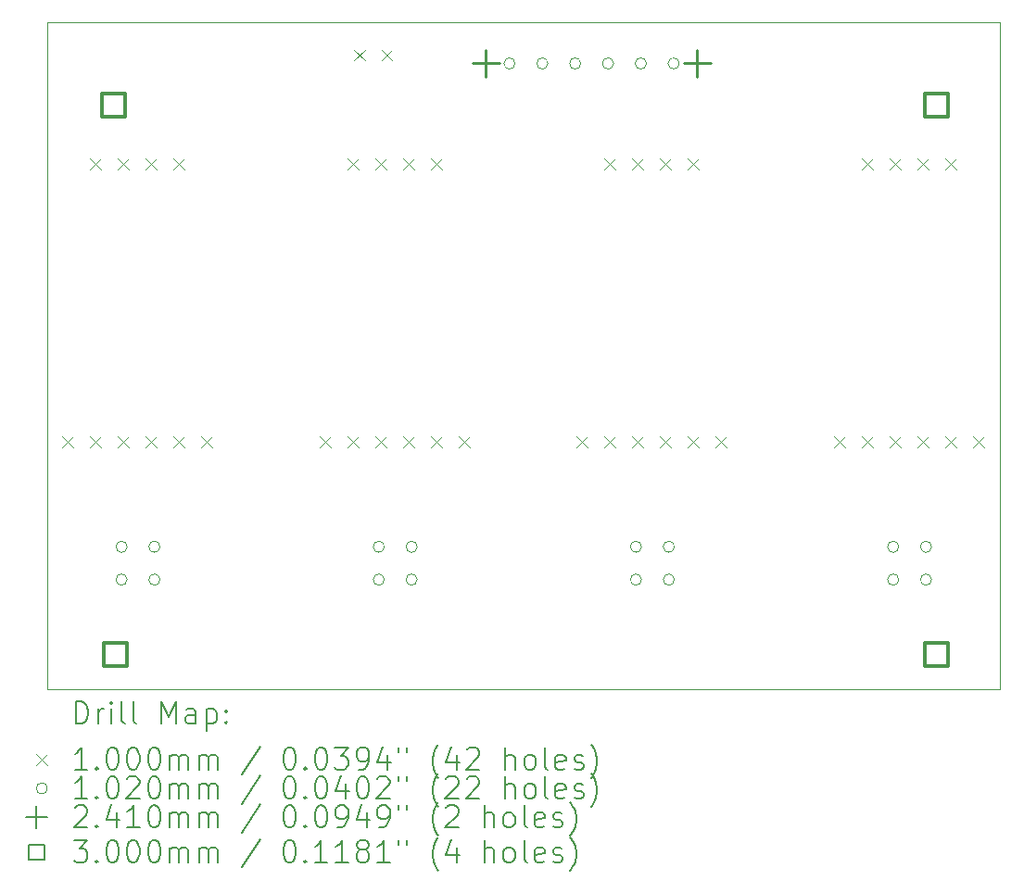
<source format=gbr>
%TF.GenerationSoftware,KiCad,Pcbnew,9.0.0*%
%TF.CreationDate,2025-04-09T17:39:04-07:00*%
%TF.ProjectId,Load Cell Amp Board,4c6f6164-2043-4656-9c6c-20416d702042,rev?*%
%TF.SameCoordinates,Original*%
%TF.FileFunction,Drillmap*%
%TF.FilePolarity,Positive*%
%FSLAX45Y45*%
G04 Gerber Fmt 4.5, Leading zero omitted, Abs format (unit mm)*
G04 Created by KiCad (PCBNEW 9.0.0) date 2025-04-09 17:39:04*
%MOMM*%
%LPD*%
G01*
G04 APERTURE LIST*
%ADD10C,0.050000*%
%ADD11C,0.200000*%
%ADD12C,0.100000*%
%ADD13C,0.102000*%
%ADD14C,0.241000*%
%ADD15C,0.300000*%
G04 APERTURE END LIST*
D10*
X11180544Y-7579456D02*
X19880544Y-7579456D01*
X19880544Y-13679456D01*
X11180544Y-13679456D01*
X11180544Y-7579456D01*
D11*
D12*
X11314544Y-11370544D02*
X11414544Y-11470544D01*
X11414544Y-11370544D02*
X11314544Y-11470544D01*
X11568544Y-8830544D02*
X11668544Y-8930544D01*
X11668544Y-8830544D02*
X11568544Y-8930544D01*
X11568544Y-11370544D02*
X11668544Y-11470544D01*
X11668544Y-11370544D02*
X11568544Y-11470544D01*
X11822544Y-8830544D02*
X11922544Y-8930544D01*
X11922544Y-8830544D02*
X11822544Y-8930544D01*
X11822544Y-11370544D02*
X11922544Y-11470544D01*
X11922544Y-11370544D02*
X11822544Y-11470544D01*
X12076544Y-8830544D02*
X12176544Y-8930544D01*
X12176544Y-8830544D02*
X12076544Y-8930544D01*
X12076544Y-11370544D02*
X12176544Y-11470544D01*
X12176544Y-11370544D02*
X12076544Y-11470544D01*
X12330544Y-8830544D02*
X12430544Y-8930544D01*
X12430544Y-8830544D02*
X12330544Y-8930544D01*
X12330544Y-11370544D02*
X12430544Y-11470544D01*
X12430544Y-11370544D02*
X12330544Y-11470544D01*
X12584544Y-11370544D02*
X12684544Y-11470544D01*
X12684544Y-11370544D02*
X12584544Y-11470544D01*
X13664544Y-11370544D02*
X13764544Y-11470544D01*
X13764544Y-11370544D02*
X13664544Y-11470544D01*
X13918544Y-8830544D02*
X14018544Y-8930544D01*
X14018544Y-8830544D02*
X13918544Y-8930544D01*
X13918544Y-11370544D02*
X14018544Y-11470544D01*
X14018544Y-11370544D02*
X13918544Y-11470544D01*
X13980544Y-7833456D02*
X14080544Y-7933456D01*
X14080544Y-7833456D02*
X13980544Y-7933456D01*
X14172544Y-8830544D02*
X14272544Y-8930544D01*
X14272544Y-8830544D02*
X14172544Y-8930544D01*
X14172544Y-11370544D02*
X14272544Y-11470544D01*
X14272544Y-11370544D02*
X14172544Y-11470544D01*
X14230544Y-7833456D02*
X14330544Y-7933456D01*
X14330544Y-7833456D02*
X14230544Y-7933456D01*
X14426544Y-8830544D02*
X14526544Y-8930544D01*
X14526544Y-8830544D02*
X14426544Y-8930544D01*
X14426544Y-11370544D02*
X14526544Y-11470544D01*
X14526544Y-11370544D02*
X14426544Y-11470544D01*
X14680544Y-8830544D02*
X14780544Y-8930544D01*
X14780544Y-8830544D02*
X14680544Y-8930544D01*
X14680544Y-11370544D02*
X14780544Y-11470544D01*
X14780544Y-11370544D02*
X14680544Y-11470544D01*
X14934544Y-11370544D02*
X15034544Y-11470544D01*
X15034544Y-11370544D02*
X14934544Y-11470544D01*
X16014544Y-11370544D02*
X16114544Y-11470544D01*
X16114544Y-11370544D02*
X16014544Y-11470544D01*
X16268544Y-8830544D02*
X16368544Y-8930544D01*
X16368544Y-8830544D02*
X16268544Y-8930544D01*
X16268544Y-11370544D02*
X16368544Y-11470544D01*
X16368544Y-11370544D02*
X16268544Y-11470544D01*
X16522544Y-8830544D02*
X16622544Y-8930544D01*
X16622544Y-8830544D02*
X16522544Y-8930544D01*
X16522544Y-11370544D02*
X16622544Y-11470544D01*
X16622544Y-11370544D02*
X16522544Y-11470544D01*
X16776544Y-8830544D02*
X16876544Y-8930544D01*
X16876544Y-8830544D02*
X16776544Y-8930544D01*
X16776544Y-11370544D02*
X16876544Y-11470544D01*
X16876544Y-11370544D02*
X16776544Y-11470544D01*
X17030544Y-8830544D02*
X17130544Y-8930544D01*
X17130544Y-8830544D02*
X17030544Y-8930544D01*
X17030544Y-11370544D02*
X17130544Y-11470544D01*
X17130544Y-11370544D02*
X17030544Y-11470544D01*
X17284544Y-11370544D02*
X17384544Y-11470544D01*
X17384544Y-11370544D02*
X17284544Y-11470544D01*
X18364544Y-11370544D02*
X18464544Y-11470544D01*
X18464544Y-11370544D02*
X18364544Y-11470544D01*
X18618544Y-8830544D02*
X18718544Y-8930544D01*
X18718544Y-8830544D02*
X18618544Y-8930544D01*
X18618544Y-11370544D02*
X18718544Y-11470544D01*
X18718544Y-11370544D02*
X18618544Y-11470544D01*
X18872544Y-8830544D02*
X18972544Y-8930544D01*
X18972544Y-8830544D02*
X18872544Y-8930544D01*
X18872544Y-11370544D02*
X18972544Y-11470544D01*
X18972544Y-11370544D02*
X18872544Y-11470544D01*
X19126544Y-8830544D02*
X19226544Y-8930544D01*
X19226544Y-8830544D02*
X19126544Y-8930544D01*
X19126544Y-11370544D02*
X19226544Y-11470544D01*
X19226544Y-11370544D02*
X19126544Y-11470544D01*
X19380544Y-8830544D02*
X19480544Y-8930544D01*
X19480544Y-8830544D02*
X19380544Y-8930544D01*
X19380544Y-11370544D02*
X19480544Y-11470544D01*
X19480544Y-11370544D02*
X19380544Y-11470544D01*
X19634544Y-11370544D02*
X19734544Y-11470544D01*
X19734544Y-11370544D02*
X19634544Y-11470544D01*
D13*
X11906544Y-12377544D02*
G75*
G02*
X11804544Y-12377544I-51000J0D01*
G01*
X11804544Y-12377544D02*
G75*
G02*
X11906544Y-12377544I51000J0D01*
G01*
X11906544Y-12677544D02*
G75*
G02*
X11804544Y-12677544I-51000J0D01*
G01*
X11804544Y-12677544D02*
G75*
G02*
X11906544Y-12677544I51000J0D01*
G01*
X12206544Y-12377544D02*
G75*
G02*
X12104544Y-12377544I-51000J0D01*
G01*
X12104544Y-12377544D02*
G75*
G02*
X12206544Y-12377544I51000J0D01*
G01*
X12206544Y-12677544D02*
G75*
G02*
X12104544Y-12677544I-51000J0D01*
G01*
X12104544Y-12677544D02*
G75*
G02*
X12206544Y-12677544I51000J0D01*
G01*
X14256544Y-12377544D02*
G75*
G02*
X14154544Y-12377544I-51000J0D01*
G01*
X14154544Y-12377544D02*
G75*
G02*
X14256544Y-12377544I51000J0D01*
G01*
X14256544Y-12677544D02*
G75*
G02*
X14154544Y-12677544I-51000J0D01*
G01*
X14154544Y-12677544D02*
G75*
G02*
X14256544Y-12677544I51000J0D01*
G01*
X14556544Y-12377544D02*
G75*
G02*
X14454544Y-12377544I-51000J0D01*
G01*
X14454544Y-12377544D02*
G75*
G02*
X14556544Y-12377544I51000J0D01*
G01*
X14556544Y-12677544D02*
G75*
G02*
X14454544Y-12677544I-51000J0D01*
G01*
X14454544Y-12677544D02*
G75*
G02*
X14556544Y-12677544I51000J0D01*
G01*
X15451000Y-7960000D02*
G75*
G02*
X15349000Y-7960000I-51000J0D01*
G01*
X15349000Y-7960000D02*
G75*
G02*
X15451000Y-7960000I51000J0D01*
G01*
X15751000Y-7960000D02*
G75*
G02*
X15649000Y-7960000I-51000J0D01*
G01*
X15649000Y-7960000D02*
G75*
G02*
X15751000Y-7960000I51000J0D01*
G01*
X16051000Y-7960000D02*
G75*
G02*
X15949000Y-7960000I-51000J0D01*
G01*
X15949000Y-7960000D02*
G75*
G02*
X16051000Y-7960000I51000J0D01*
G01*
X16351000Y-7960000D02*
G75*
G02*
X16249000Y-7960000I-51000J0D01*
G01*
X16249000Y-7960000D02*
G75*
G02*
X16351000Y-7960000I51000J0D01*
G01*
X16606544Y-12377544D02*
G75*
G02*
X16504544Y-12377544I-51000J0D01*
G01*
X16504544Y-12377544D02*
G75*
G02*
X16606544Y-12377544I51000J0D01*
G01*
X16606544Y-12677544D02*
G75*
G02*
X16504544Y-12677544I-51000J0D01*
G01*
X16504544Y-12677544D02*
G75*
G02*
X16606544Y-12677544I51000J0D01*
G01*
X16651000Y-7960000D02*
G75*
G02*
X16549000Y-7960000I-51000J0D01*
G01*
X16549000Y-7960000D02*
G75*
G02*
X16651000Y-7960000I51000J0D01*
G01*
X16906544Y-12377544D02*
G75*
G02*
X16804544Y-12377544I-51000J0D01*
G01*
X16804544Y-12377544D02*
G75*
G02*
X16906544Y-12377544I51000J0D01*
G01*
X16906544Y-12677544D02*
G75*
G02*
X16804544Y-12677544I-51000J0D01*
G01*
X16804544Y-12677544D02*
G75*
G02*
X16906544Y-12677544I51000J0D01*
G01*
X16951000Y-7960000D02*
G75*
G02*
X16849000Y-7960000I-51000J0D01*
G01*
X16849000Y-7960000D02*
G75*
G02*
X16951000Y-7960000I51000J0D01*
G01*
X18956544Y-12377544D02*
G75*
G02*
X18854544Y-12377544I-51000J0D01*
G01*
X18854544Y-12377544D02*
G75*
G02*
X18956544Y-12377544I51000J0D01*
G01*
X18956544Y-12677544D02*
G75*
G02*
X18854544Y-12677544I-51000J0D01*
G01*
X18854544Y-12677544D02*
G75*
G02*
X18956544Y-12677544I51000J0D01*
G01*
X19256544Y-12377544D02*
G75*
G02*
X19154544Y-12377544I-51000J0D01*
G01*
X19154544Y-12377544D02*
G75*
G02*
X19256544Y-12377544I51000J0D01*
G01*
X19256544Y-12677544D02*
G75*
G02*
X19154544Y-12677544I-51000J0D01*
G01*
X19154544Y-12677544D02*
G75*
G02*
X19256544Y-12677544I51000J0D01*
G01*
D14*
X15185000Y-7839500D02*
X15185000Y-8080500D01*
X15064500Y-7960000D02*
X15305500Y-7960000D01*
X17115000Y-7839500D02*
X17115000Y-8080500D01*
X16994500Y-7960000D02*
X17235500Y-7960000D01*
D15*
X11886067Y-8446067D02*
X11886067Y-8233933D01*
X11673933Y-8233933D01*
X11673933Y-8446067D01*
X11886067Y-8446067D01*
X11906067Y-13466067D02*
X11906067Y-13253933D01*
X11693933Y-13253933D01*
X11693933Y-13466067D01*
X11906067Y-13466067D01*
X19406067Y-8446067D02*
X19406067Y-8233933D01*
X19193933Y-8233933D01*
X19193933Y-8446067D01*
X19406067Y-8446067D01*
X19406067Y-13466067D02*
X19406067Y-13253933D01*
X19193933Y-13253933D01*
X19193933Y-13466067D01*
X19406067Y-13466067D01*
D11*
X11438820Y-13993440D02*
X11438820Y-13793440D01*
X11438820Y-13793440D02*
X11486439Y-13793440D01*
X11486439Y-13793440D02*
X11515011Y-13802964D01*
X11515011Y-13802964D02*
X11534059Y-13822011D01*
X11534059Y-13822011D02*
X11543582Y-13841059D01*
X11543582Y-13841059D02*
X11553106Y-13879154D01*
X11553106Y-13879154D02*
X11553106Y-13907726D01*
X11553106Y-13907726D02*
X11543582Y-13945821D01*
X11543582Y-13945821D02*
X11534059Y-13964868D01*
X11534059Y-13964868D02*
X11515011Y-13983916D01*
X11515011Y-13983916D02*
X11486439Y-13993440D01*
X11486439Y-13993440D02*
X11438820Y-13993440D01*
X11638820Y-13993440D02*
X11638820Y-13860107D01*
X11638820Y-13898202D02*
X11648344Y-13879154D01*
X11648344Y-13879154D02*
X11657868Y-13869630D01*
X11657868Y-13869630D02*
X11676916Y-13860107D01*
X11676916Y-13860107D02*
X11695963Y-13860107D01*
X11762630Y-13993440D02*
X11762630Y-13860107D01*
X11762630Y-13793440D02*
X11753106Y-13802964D01*
X11753106Y-13802964D02*
X11762630Y-13812488D01*
X11762630Y-13812488D02*
X11772154Y-13802964D01*
X11772154Y-13802964D02*
X11762630Y-13793440D01*
X11762630Y-13793440D02*
X11762630Y-13812488D01*
X11886439Y-13993440D02*
X11867392Y-13983916D01*
X11867392Y-13983916D02*
X11857868Y-13964868D01*
X11857868Y-13964868D02*
X11857868Y-13793440D01*
X11991201Y-13993440D02*
X11972154Y-13983916D01*
X11972154Y-13983916D02*
X11962630Y-13964868D01*
X11962630Y-13964868D02*
X11962630Y-13793440D01*
X12219773Y-13993440D02*
X12219773Y-13793440D01*
X12219773Y-13793440D02*
X12286440Y-13936297D01*
X12286440Y-13936297D02*
X12353106Y-13793440D01*
X12353106Y-13793440D02*
X12353106Y-13993440D01*
X12534059Y-13993440D02*
X12534059Y-13888678D01*
X12534059Y-13888678D02*
X12524535Y-13869630D01*
X12524535Y-13869630D02*
X12505487Y-13860107D01*
X12505487Y-13860107D02*
X12467392Y-13860107D01*
X12467392Y-13860107D02*
X12448344Y-13869630D01*
X12534059Y-13983916D02*
X12515011Y-13993440D01*
X12515011Y-13993440D02*
X12467392Y-13993440D01*
X12467392Y-13993440D02*
X12448344Y-13983916D01*
X12448344Y-13983916D02*
X12438820Y-13964868D01*
X12438820Y-13964868D02*
X12438820Y-13945821D01*
X12438820Y-13945821D02*
X12448344Y-13926773D01*
X12448344Y-13926773D02*
X12467392Y-13917249D01*
X12467392Y-13917249D02*
X12515011Y-13917249D01*
X12515011Y-13917249D02*
X12534059Y-13907726D01*
X12629297Y-13860107D02*
X12629297Y-14060107D01*
X12629297Y-13869630D02*
X12648344Y-13860107D01*
X12648344Y-13860107D02*
X12686440Y-13860107D01*
X12686440Y-13860107D02*
X12705487Y-13869630D01*
X12705487Y-13869630D02*
X12715011Y-13879154D01*
X12715011Y-13879154D02*
X12724535Y-13898202D01*
X12724535Y-13898202D02*
X12724535Y-13955345D01*
X12724535Y-13955345D02*
X12715011Y-13974392D01*
X12715011Y-13974392D02*
X12705487Y-13983916D01*
X12705487Y-13983916D02*
X12686440Y-13993440D01*
X12686440Y-13993440D02*
X12648344Y-13993440D01*
X12648344Y-13993440D02*
X12629297Y-13983916D01*
X12810249Y-13974392D02*
X12819773Y-13983916D01*
X12819773Y-13983916D02*
X12810249Y-13993440D01*
X12810249Y-13993440D02*
X12800725Y-13983916D01*
X12800725Y-13983916D02*
X12810249Y-13974392D01*
X12810249Y-13974392D02*
X12810249Y-13993440D01*
X12810249Y-13869630D02*
X12819773Y-13879154D01*
X12819773Y-13879154D02*
X12810249Y-13888678D01*
X12810249Y-13888678D02*
X12800725Y-13879154D01*
X12800725Y-13879154D02*
X12810249Y-13869630D01*
X12810249Y-13869630D02*
X12810249Y-13888678D01*
D12*
X11078044Y-14271956D02*
X11178044Y-14371956D01*
X11178044Y-14271956D02*
X11078044Y-14371956D01*
D11*
X11543582Y-14413440D02*
X11429297Y-14413440D01*
X11486439Y-14413440D02*
X11486439Y-14213440D01*
X11486439Y-14213440D02*
X11467392Y-14242011D01*
X11467392Y-14242011D02*
X11448344Y-14261059D01*
X11448344Y-14261059D02*
X11429297Y-14270583D01*
X11629297Y-14394392D02*
X11638820Y-14403916D01*
X11638820Y-14403916D02*
X11629297Y-14413440D01*
X11629297Y-14413440D02*
X11619773Y-14403916D01*
X11619773Y-14403916D02*
X11629297Y-14394392D01*
X11629297Y-14394392D02*
X11629297Y-14413440D01*
X11762630Y-14213440D02*
X11781678Y-14213440D01*
X11781678Y-14213440D02*
X11800725Y-14222964D01*
X11800725Y-14222964D02*
X11810249Y-14232488D01*
X11810249Y-14232488D02*
X11819773Y-14251535D01*
X11819773Y-14251535D02*
X11829297Y-14289630D01*
X11829297Y-14289630D02*
X11829297Y-14337249D01*
X11829297Y-14337249D02*
X11819773Y-14375345D01*
X11819773Y-14375345D02*
X11810249Y-14394392D01*
X11810249Y-14394392D02*
X11800725Y-14403916D01*
X11800725Y-14403916D02*
X11781678Y-14413440D01*
X11781678Y-14413440D02*
X11762630Y-14413440D01*
X11762630Y-14413440D02*
X11743582Y-14403916D01*
X11743582Y-14403916D02*
X11734059Y-14394392D01*
X11734059Y-14394392D02*
X11724535Y-14375345D01*
X11724535Y-14375345D02*
X11715011Y-14337249D01*
X11715011Y-14337249D02*
X11715011Y-14289630D01*
X11715011Y-14289630D02*
X11724535Y-14251535D01*
X11724535Y-14251535D02*
X11734059Y-14232488D01*
X11734059Y-14232488D02*
X11743582Y-14222964D01*
X11743582Y-14222964D02*
X11762630Y-14213440D01*
X11953106Y-14213440D02*
X11972154Y-14213440D01*
X11972154Y-14213440D02*
X11991201Y-14222964D01*
X11991201Y-14222964D02*
X12000725Y-14232488D01*
X12000725Y-14232488D02*
X12010249Y-14251535D01*
X12010249Y-14251535D02*
X12019773Y-14289630D01*
X12019773Y-14289630D02*
X12019773Y-14337249D01*
X12019773Y-14337249D02*
X12010249Y-14375345D01*
X12010249Y-14375345D02*
X12000725Y-14394392D01*
X12000725Y-14394392D02*
X11991201Y-14403916D01*
X11991201Y-14403916D02*
X11972154Y-14413440D01*
X11972154Y-14413440D02*
X11953106Y-14413440D01*
X11953106Y-14413440D02*
X11934059Y-14403916D01*
X11934059Y-14403916D02*
X11924535Y-14394392D01*
X11924535Y-14394392D02*
X11915011Y-14375345D01*
X11915011Y-14375345D02*
X11905487Y-14337249D01*
X11905487Y-14337249D02*
X11905487Y-14289630D01*
X11905487Y-14289630D02*
X11915011Y-14251535D01*
X11915011Y-14251535D02*
X11924535Y-14232488D01*
X11924535Y-14232488D02*
X11934059Y-14222964D01*
X11934059Y-14222964D02*
X11953106Y-14213440D01*
X12143582Y-14213440D02*
X12162630Y-14213440D01*
X12162630Y-14213440D02*
X12181678Y-14222964D01*
X12181678Y-14222964D02*
X12191201Y-14232488D01*
X12191201Y-14232488D02*
X12200725Y-14251535D01*
X12200725Y-14251535D02*
X12210249Y-14289630D01*
X12210249Y-14289630D02*
X12210249Y-14337249D01*
X12210249Y-14337249D02*
X12200725Y-14375345D01*
X12200725Y-14375345D02*
X12191201Y-14394392D01*
X12191201Y-14394392D02*
X12181678Y-14403916D01*
X12181678Y-14403916D02*
X12162630Y-14413440D01*
X12162630Y-14413440D02*
X12143582Y-14413440D01*
X12143582Y-14413440D02*
X12124535Y-14403916D01*
X12124535Y-14403916D02*
X12115011Y-14394392D01*
X12115011Y-14394392D02*
X12105487Y-14375345D01*
X12105487Y-14375345D02*
X12095963Y-14337249D01*
X12095963Y-14337249D02*
X12095963Y-14289630D01*
X12095963Y-14289630D02*
X12105487Y-14251535D01*
X12105487Y-14251535D02*
X12115011Y-14232488D01*
X12115011Y-14232488D02*
X12124535Y-14222964D01*
X12124535Y-14222964D02*
X12143582Y-14213440D01*
X12295963Y-14413440D02*
X12295963Y-14280107D01*
X12295963Y-14299154D02*
X12305487Y-14289630D01*
X12305487Y-14289630D02*
X12324535Y-14280107D01*
X12324535Y-14280107D02*
X12353106Y-14280107D01*
X12353106Y-14280107D02*
X12372154Y-14289630D01*
X12372154Y-14289630D02*
X12381678Y-14308678D01*
X12381678Y-14308678D02*
X12381678Y-14413440D01*
X12381678Y-14308678D02*
X12391201Y-14289630D01*
X12391201Y-14289630D02*
X12410249Y-14280107D01*
X12410249Y-14280107D02*
X12438820Y-14280107D01*
X12438820Y-14280107D02*
X12457868Y-14289630D01*
X12457868Y-14289630D02*
X12467392Y-14308678D01*
X12467392Y-14308678D02*
X12467392Y-14413440D01*
X12562630Y-14413440D02*
X12562630Y-14280107D01*
X12562630Y-14299154D02*
X12572154Y-14289630D01*
X12572154Y-14289630D02*
X12591201Y-14280107D01*
X12591201Y-14280107D02*
X12619773Y-14280107D01*
X12619773Y-14280107D02*
X12638821Y-14289630D01*
X12638821Y-14289630D02*
X12648344Y-14308678D01*
X12648344Y-14308678D02*
X12648344Y-14413440D01*
X12648344Y-14308678D02*
X12657868Y-14289630D01*
X12657868Y-14289630D02*
X12676916Y-14280107D01*
X12676916Y-14280107D02*
X12705487Y-14280107D01*
X12705487Y-14280107D02*
X12724535Y-14289630D01*
X12724535Y-14289630D02*
X12734059Y-14308678D01*
X12734059Y-14308678D02*
X12734059Y-14413440D01*
X13124535Y-14203916D02*
X12953106Y-14461059D01*
X13381678Y-14213440D02*
X13400725Y-14213440D01*
X13400725Y-14213440D02*
X13419773Y-14222964D01*
X13419773Y-14222964D02*
X13429297Y-14232488D01*
X13429297Y-14232488D02*
X13438821Y-14251535D01*
X13438821Y-14251535D02*
X13448344Y-14289630D01*
X13448344Y-14289630D02*
X13448344Y-14337249D01*
X13448344Y-14337249D02*
X13438821Y-14375345D01*
X13438821Y-14375345D02*
X13429297Y-14394392D01*
X13429297Y-14394392D02*
X13419773Y-14403916D01*
X13419773Y-14403916D02*
X13400725Y-14413440D01*
X13400725Y-14413440D02*
X13381678Y-14413440D01*
X13381678Y-14413440D02*
X13362630Y-14403916D01*
X13362630Y-14403916D02*
X13353106Y-14394392D01*
X13353106Y-14394392D02*
X13343583Y-14375345D01*
X13343583Y-14375345D02*
X13334059Y-14337249D01*
X13334059Y-14337249D02*
X13334059Y-14289630D01*
X13334059Y-14289630D02*
X13343583Y-14251535D01*
X13343583Y-14251535D02*
X13353106Y-14232488D01*
X13353106Y-14232488D02*
X13362630Y-14222964D01*
X13362630Y-14222964D02*
X13381678Y-14213440D01*
X13534059Y-14394392D02*
X13543583Y-14403916D01*
X13543583Y-14403916D02*
X13534059Y-14413440D01*
X13534059Y-14413440D02*
X13524535Y-14403916D01*
X13524535Y-14403916D02*
X13534059Y-14394392D01*
X13534059Y-14394392D02*
X13534059Y-14413440D01*
X13667392Y-14213440D02*
X13686440Y-14213440D01*
X13686440Y-14213440D02*
X13705487Y-14222964D01*
X13705487Y-14222964D02*
X13715011Y-14232488D01*
X13715011Y-14232488D02*
X13724535Y-14251535D01*
X13724535Y-14251535D02*
X13734059Y-14289630D01*
X13734059Y-14289630D02*
X13734059Y-14337249D01*
X13734059Y-14337249D02*
X13724535Y-14375345D01*
X13724535Y-14375345D02*
X13715011Y-14394392D01*
X13715011Y-14394392D02*
X13705487Y-14403916D01*
X13705487Y-14403916D02*
X13686440Y-14413440D01*
X13686440Y-14413440D02*
X13667392Y-14413440D01*
X13667392Y-14413440D02*
X13648344Y-14403916D01*
X13648344Y-14403916D02*
X13638821Y-14394392D01*
X13638821Y-14394392D02*
X13629297Y-14375345D01*
X13629297Y-14375345D02*
X13619773Y-14337249D01*
X13619773Y-14337249D02*
X13619773Y-14289630D01*
X13619773Y-14289630D02*
X13629297Y-14251535D01*
X13629297Y-14251535D02*
X13638821Y-14232488D01*
X13638821Y-14232488D02*
X13648344Y-14222964D01*
X13648344Y-14222964D02*
X13667392Y-14213440D01*
X13800725Y-14213440D02*
X13924535Y-14213440D01*
X13924535Y-14213440D02*
X13857868Y-14289630D01*
X13857868Y-14289630D02*
X13886440Y-14289630D01*
X13886440Y-14289630D02*
X13905487Y-14299154D01*
X13905487Y-14299154D02*
X13915011Y-14308678D01*
X13915011Y-14308678D02*
X13924535Y-14327726D01*
X13924535Y-14327726D02*
X13924535Y-14375345D01*
X13924535Y-14375345D02*
X13915011Y-14394392D01*
X13915011Y-14394392D02*
X13905487Y-14403916D01*
X13905487Y-14403916D02*
X13886440Y-14413440D01*
X13886440Y-14413440D02*
X13829297Y-14413440D01*
X13829297Y-14413440D02*
X13810249Y-14403916D01*
X13810249Y-14403916D02*
X13800725Y-14394392D01*
X14019773Y-14413440D02*
X14057868Y-14413440D01*
X14057868Y-14413440D02*
X14076916Y-14403916D01*
X14076916Y-14403916D02*
X14086440Y-14394392D01*
X14086440Y-14394392D02*
X14105487Y-14365821D01*
X14105487Y-14365821D02*
X14115011Y-14327726D01*
X14115011Y-14327726D02*
X14115011Y-14251535D01*
X14115011Y-14251535D02*
X14105487Y-14232488D01*
X14105487Y-14232488D02*
X14095964Y-14222964D01*
X14095964Y-14222964D02*
X14076916Y-14213440D01*
X14076916Y-14213440D02*
X14038821Y-14213440D01*
X14038821Y-14213440D02*
X14019773Y-14222964D01*
X14019773Y-14222964D02*
X14010249Y-14232488D01*
X14010249Y-14232488D02*
X14000725Y-14251535D01*
X14000725Y-14251535D02*
X14000725Y-14299154D01*
X14000725Y-14299154D02*
X14010249Y-14318202D01*
X14010249Y-14318202D02*
X14019773Y-14327726D01*
X14019773Y-14327726D02*
X14038821Y-14337249D01*
X14038821Y-14337249D02*
X14076916Y-14337249D01*
X14076916Y-14337249D02*
X14095964Y-14327726D01*
X14095964Y-14327726D02*
X14105487Y-14318202D01*
X14105487Y-14318202D02*
X14115011Y-14299154D01*
X14286440Y-14280107D02*
X14286440Y-14413440D01*
X14238821Y-14203916D02*
X14191202Y-14346773D01*
X14191202Y-14346773D02*
X14315011Y-14346773D01*
X14381678Y-14213440D02*
X14381678Y-14251535D01*
X14457868Y-14213440D02*
X14457868Y-14251535D01*
X14753107Y-14489630D02*
X14743583Y-14480107D01*
X14743583Y-14480107D02*
X14724535Y-14451535D01*
X14724535Y-14451535D02*
X14715011Y-14432488D01*
X14715011Y-14432488D02*
X14705487Y-14403916D01*
X14705487Y-14403916D02*
X14695964Y-14356297D01*
X14695964Y-14356297D02*
X14695964Y-14318202D01*
X14695964Y-14318202D02*
X14705487Y-14270583D01*
X14705487Y-14270583D02*
X14715011Y-14242011D01*
X14715011Y-14242011D02*
X14724535Y-14222964D01*
X14724535Y-14222964D02*
X14743583Y-14194392D01*
X14743583Y-14194392D02*
X14753107Y-14184868D01*
X14915011Y-14280107D02*
X14915011Y-14413440D01*
X14867392Y-14203916D02*
X14819773Y-14346773D01*
X14819773Y-14346773D02*
X14943583Y-14346773D01*
X15010249Y-14232488D02*
X15019773Y-14222964D01*
X15019773Y-14222964D02*
X15038821Y-14213440D01*
X15038821Y-14213440D02*
X15086440Y-14213440D01*
X15086440Y-14213440D02*
X15105487Y-14222964D01*
X15105487Y-14222964D02*
X15115011Y-14232488D01*
X15115011Y-14232488D02*
X15124535Y-14251535D01*
X15124535Y-14251535D02*
X15124535Y-14270583D01*
X15124535Y-14270583D02*
X15115011Y-14299154D01*
X15115011Y-14299154D02*
X15000726Y-14413440D01*
X15000726Y-14413440D02*
X15124535Y-14413440D01*
X15362630Y-14413440D02*
X15362630Y-14213440D01*
X15448345Y-14413440D02*
X15448345Y-14308678D01*
X15448345Y-14308678D02*
X15438821Y-14289630D01*
X15438821Y-14289630D02*
X15419773Y-14280107D01*
X15419773Y-14280107D02*
X15391202Y-14280107D01*
X15391202Y-14280107D02*
X15372154Y-14289630D01*
X15372154Y-14289630D02*
X15362630Y-14299154D01*
X15572154Y-14413440D02*
X15553107Y-14403916D01*
X15553107Y-14403916D02*
X15543583Y-14394392D01*
X15543583Y-14394392D02*
X15534059Y-14375345D01*
X15534059Y-14375345D02*
X15534059Y-14318202D01*
X15534059Y-14318202D02*
X15543583Y-14299154D01*
X15543583Y-14299154D02*
X15553107Y-14289630D01*
X15553107Y-14289630D02*
X15572154Y-14280107D01*
X15572154Y-14280107D02*
X15600726Y-14280107D01*
X15600726Y-14280107D02*
X15619773Y-14289630D01*
X15619773Y-14289630D02*
X15629297Y-14299154D01*
X15629297Y-14299154D02*
X15638821Y-14318202D01*
X15638821Y-14318202D02*
X15638821Y-14375345D01*
X15638821Y-14375345D02*
X15629297Y-14394392D01*
X15629297Y-14394392D02*
X15619773Y-14403916D01*
X15619773Y-14403916D02*
X15600726Y-14413440D01*
X15600726Y-14413440D02*
X15572154Y-14413440D01*
X15753107Y-14413440D02*
X15734059Y-14403916D01*
X15734059Y-14403916D02*
X15724535Y-14384868D01*
X15724535Y-14384868D02*
X15724535Y-14213440D01*
X15905488Y-14403916D02*
X15886440Y-14413440D01*
X15886440Y-14413440D02*
X15848345Y-14413440D01*
X15848345Y-14413440D02*
X15829297Y-14403916D01*
X15829297Y-14403916D02*
X15819773Y-14384868D01*
X15819773Y-14384868D02*
X15819773Y-14308678D01*
X15819773Y-14308678D02*
X15829297Y-14289630D01*
X15829297Y-14289630D02*
X15848345Y-14280107D01*
X15848345Y-14280107D02*
X15886440Y-14280107D01*
X15886440Y-14280107D02*
X15905488Y-14289630D01*
X15905488Y-14289630D02*
X15915011Y-14308678D01*
X15915011Y-14308678D02*
X15915011Y-14327726D01*
X15915011Y-14327726D02*
X15819773Y-14346773D01*
X15991202Y-14403916D02*
X16010249Y-14413440D01*
X16010249Y-14413440D02*
X16048345Y-14413440D01*
X16048345Y-14413440D02*
X16067392Y-14403916D01*
X16067392Y-14403916D02*
X16076916Y-14384868D01*
X16076916Y-14384868D02*
X16076916Y-14375345D01*
X16076916Y-14375345D02*
X16067392Y-14356297D01*
X16067392Y-14356297D02*
X16048345Y-14346773D01*
X16048345Y-14346773D02*
X16019773Y-14346773D01*
X16019773Y-14346773D02*
X16000726Y-14337249D01*
X16000726Y-14337249D02*
X15991202Y-14318202D01*
X15991202Y-14318202D02*
X15991202Y-14308678D01*
X15991202Y-14308678D02*
X16000726Y-14289630D01*
X16000726Y-14289630D02*
X16019773Y-14280107D01*
X16019773Y-14280107D02*
X16048345Y-14280107D01*
X16048345Y-14280107D02*
X16067392Y-14289630D01*
X16143583Y-14489630D02*
X16153107Y-14480107D01*
X16153107Y-14480107D02*
X16172154Y-14451535D01*
X16172154Y-14451535D02*
X16181678Y-14432488D01*
X16181678Y-14432488D02*
X16191202Y-14403916D01*
X16191202Y-14403916D02*
X16200726Y-14356297D01*
X16200726Y-14356297D02*
X16200726Y-14318202D01*
X16200726Y-14318202D02*
X16191202Y-14270583D01*
X16191202Y-14270583D02*
X16181678Y-14242011D01*
X16181678Y-14242011D02*
X16172154Y-14222964D01*
X16172154Y-14222964D02*
X16153107Y-14194392D01*
X16153107Y-14194392D02*
X16143583Y-14184868D01*
D13*
X11178044Y-14585956D02*
G75*
G02*
X11076044Y-14585956I-51000J0D01*
G01*
X11076044Y-14585956D02*
G75*
G02*
X11178044Y-14585956I51000J0D01*
G01*
D11*
X11543582Y-14677440D02*
X11429297Y-14677440D01*
X11486439Y-14677440D02*
X11486439Y-14477440D01*
X11486439Y-14477440D02*
X11467392Y-14506011D01*
X11467392Y-14506011D02*
X11448344Y-14525059D01*
X11448344Y-14525059D02*
X11429297Y-14534583D01*
X11629297Y-14658392D02*
X11638820Y-14667916D01*
X11638820Y-14667916D02*
X11629297Y-14677440D01*
X11629297Y-14677440D02*
X11619773Y-14667916D01*
X11619773Y-14667916D02*
X11629297Y-14658392D01*
X11629297Y-14658392D02*
X11629297Y-14677440D01*
X11762630Y-14477440D02*
X11781678Y-14477440D01*
X11781678Y-14477440D02*
X11800725Y-14486964D01*
X11800725Y-14486964D02*
X11810249Y-14496488D01*
X11810249Y-14496488D02*
X11819773Y-14515535D01*
X11819773Y-14515535D02*
X11829297Y-14553630D01*
X11829297Y-14553630D02*
X11829297Y-14601249D01*
X11829297Y-14601249D02*
X11819773Y-14639345D01*
X11819773Y-14639345D02*
X11810249Y-14658392D01*
X11810249Y-14658392D02*
X11800725Y-14667916D01*
X11800725Y-14667916D02*
X11781678Y-14677440D01*
X11781678Y-14677440D02*
X11762630Y-14677440D01*
X11762630Y-14677440D02*
X11743582Y-14667916D01*
X11743582Y-14667916D02*
X11734059Y-14658392D01*
X11734059Y-14658392D02*
X11724535Y-14639345D01*
X11724535Y-14639345D02*
X11715011Y-14601249D01*
X11715011Y-14601249D02*
X11715011Y-14553630D01*
X11715011Y-14553630D02*
X11724535Y-14515535D01*
X11724535Y-14515535D02*
X11734059Y-14496488D01*
X11734059Y-14496488D02*
X11743582Y-14486964D01*
X11743582Y-14486964D02*
X11762630Y-14477440D01*
X11905487Y-14496488D02*
X11915011Y-14486964D01*
X11915011Y-14486964D02*
X11934059Y-14477440D01*
X11934059Y-14477440D02*
X11981678Y-14477440D01*
X11981678Y-14477440D02*
X12000725Y-14486964D01*
X12000725Y-14486964D02*
X12010249Y-14496488D01*
X12010249Y-14496488D02*
X12019773Y-14515535D01*
X12019773Y-14515535D02*
X12019773Y-14534583D01*
X12019773Y-14534583D02*
X12010249Y-14563154D01*
X12010249Y-14563154D02*
X11895963Y-14677440D01*
X11895963Y-14677440D02*
X12019773Y-14677440D01*
X12143582Y-14477440D02*
X12162630Y-14477440D01*
X12162630Y-14477440D02*
X12181678Y-14486964D01*
X12181678Y-14486964D02*
X12191201Y-14496488D01*
X12191201Y-14496488D02*
X12200725Y-14515535D01*
X12200725Y-14515535D02*
X12210249Y-14553630D01*
X12210249Y-14553630D02*
X12210249Y-14601249D01*
X12210249Y-14601249D02*
X12200725Y-14639345D01*
X12200725Y-14639345D02*
X12191201Y-14658392D01*
X12191201Y-14658392D02*
X12181678Y-14667916D01*
X12181678Y-14667916D02*
X12162630Y-14677440D01*
X12162630Y-14677440D02*
X12143582Y-14677440D01*
X12143582Y-14677440D02*
X12124535Y-14667916D01*
X12124535Y-14667916D02*
X12115011Y-14658392D01*
X12115011Y-14658392D02*
X12105487Y-14639345D01*
X12105487Y-14639345D02*
X12095963Y-14601249D01*
X12095963Y-14601249D02*
X12095963Y-14553630D01*
X12095963Y-14553630D02*
X12105487Y-14515535D01*
X12105487Y-14515535D02*
X12115011Y-14496488D01*
X12115011Y-14496488D02*
X12124535Y-14486964D01*
X12124535Y-14486964D02*
X12143582Y-14477440D01*
X12295963Y-14677440D02*
X12295963Y-14544107D01*
X12295963Y-14563154D02*
X12305487Y-14553630D01*
X12305487Y-14553630D02*
X12324535Y-14544107D01*
X12324535Y-14544107D02*
X12353106Y-14544107D01*
X12353106Y-14544107D02*
X12372154Y-14553630D01*
X12372154Y-14553630D02*
X12381678Y-14572678D01*
X12381678Y-14572678D02*
X12381678Y-14677440D01*
X12381678Y-14572678D02*
X12391201Y-14553630D01*
X12391201Y-14553630D02*
X12410249Y-14544107D01*
X12410249Y-14544107D02*
X12438820Y-14544107D01*
X12438820Y-14544107D02*
X12457868Y-14553630D01*
X12457868Y-14553630D02*
X12467392Y-14572678D01*
X12467392Y-14572678D02*
X12467392Y-14677440D01*
X12562630Y-14677440D02*
X12562630Y-14544107D01*
X12562630Y-14563154D02*
X12572154Y-14553630D01*
X12572154Y-14553630D02*
X12591201Y-14544107D01*
X12591201Y-14544107D02*
X12619773Y-14544107D01*
X12619773Y-14544107D02*
X12638821Y-14553630D01*
X12638821Y-14553630D02*
X12648344Y-14572678D01*
X12648344Y-14572678D02*
X12648344Y-14677440D01*
X12648344Y-14572678D02*
X12657868Y-14553630D01*
X12657868Y-14553630D02*
X12676916Y-14544107D01*
X12676916Y-14544107D02*
X12705487Y-14544107D01*
X12705487Y-14544107D02*
X12724535Y-14553630D01*
X12724535Y-14553630D02*
X12734059Y-14572678D01*
X12734059Y-14572678D02*
X12734059Y-14677440D01*
X13124535Y-14467916D02*
X12953106Y-14725059D01*
X13381678Y-14477440D02*
X13400725Y-14477440D01*
X13400725Y-14477440D02*
X13419773Y-14486964D01*
X13419773Y-14486964D02*
X13429297Y-14496488D01*
X13429297Y-14496488D02*
X13438821Y-14515535D01*
X13438821Y-14515535D02*
X13448344Y-14553630D01*
X13448344Y-14553630D02*
X13448344Y-14601249D01*
X13448344Y-14601249D02*
X13438821Y-14639345D01*
X13438821Y-14639345D02*
X13429297Y-14658392D01*
X13429297Y-14658392D02*
X13419773Y-14667916D01*
X13419773Y-14667916D02*
X13400725Y-14677440D01*
X13400725Y-14677440D02*
X13381678Y-14677440D01*
X13381678Y-14677440D02*
X13362630Y-14667916D01*
X13362630Y-14667916D02*
X13353106Y-14658392D01*
X13353106Y-14658392D02*
X13343583Y-14639345D01*
X13343583Y-14639345D02*
X13334059Y-14601249D01*
X13334059Y-14601249D02*
X13334059Y-14553630D01*
X13334059Y-14553630D02*
X13343583Y-14515535D01*
X13343583Y-14515535D02*
X13353106Y-14496488D01*
X13353106Y-14496488D02*
X13362630Y-14486964D01*
X13362630Y-14486964D02*
X13381678Y-14477440D01*
X13534059Y-14658392D02*
X13543583Y-14667916D01*
X13543583Y-14667916D02*
X13534059Y-14677440D01*
X13534059Y-14677440D02*
X13524535Y-14667916D01*
X13524535Y-14667916D02*
X13534059Y-14658392D01*
X13534059Y-14658392D02*
X13534059Y-14677440D01*
X13667392Y-14477440D02*
X13686440Y-14477440D01*
X13686440Y-14477440D02*
X13705487Y-14486964D01*
X13705487Y-14486964D02*
X13715011Y-14496488D01*
X13715011Y-14496488D02*
X13724535Y-14515535D01*
X13724535Y-14515535D02*
X13734059Y-14553630D01*
X13734059Y-14553630D02*
X13734059Y-14601249D01*
X13734059Y-14601249D02*
X13724535Y-14639345D01*
X13724535Y-14639345D02*
X13715011Y-14658392D01*
X13715011Y-14658392D02*
X13705487Y-14667916D01*
X13705487Y-14667916D02*
X13686440Y-14677440D01*
X13686440Y-14677440D02*
X13667392Y-14677440D01*
X13667392Y-14677440D02*
X13648344Y-14667916D01*
X13648344Y-14667916D02*
X13638821Y-14658392D01*
X13638821Y-14658392D02*
X13629297Y-14639345D01*
X13629297Y-14639345D02*
X13619773Y-14601249D01*
X13619773Y-14601249D02*
X13619773Y-14553630D01*
X13619773Y-14553630D02*
X13629297Y-14515535D01*
X13629297Y-14515535D02*
X13638821Y-14496488D01*
X13638821Y-14496488D02*
X13648344Y-14486964D01*
X13648344Y-14486964D02*
X13667392Y-14477440D01*
X13905487Y-14544107D02*
X13905487Y-14677440D01*
X13857868Y-14467916D02*
X13810249Y-14610773D01*
X13810249Y-14610773D02*
X13934059Y-14610773D01*
X14048344Y-14477440D02*
X14067392Y-14477440D01*
X14067392Y-14477440D02*
X14086440Y-14486964D01*
X14086440Y-14486964D02*
X14095964Y-14496488D01*
X14095964Y-14496488D02*
X14105487Y-14515535D01*
X14105487Y-14515535D02*
X14115011Y-14553630D01*
X14115011Y-14553630D02*
X14115011Y-14601249D01*
X14115011Y-14601249D02*
X14105487Y-14639345D01*
X14105487Y-14639345D02*
X14095964Y-14658392D01*
X14095964Y-14658392D02*
X14086440Y-14667916D01*
X14086440Y-14667916D02*
X14067392Y-14677440D01*
X14067392Y-14677440D02*
X14048344Y-14677440D01*
X14048344Y-14677440D02*
X14029297Y-14667916D01*
X14029297Y-14667916D02*
X14019773Y-14658392D01*
X14019773Y-14658392D02*
X14010249Y-14639345D01*
X14010249Y-14639345D02*
X14000725Y-14601249D01*
X14000725Y-14601249D02*
X14000725Y-14553630D01*
X14000725Y-14553630D02*
X14010249Y-14515535D01*
X14010249Y-14515535D02*
X14019773Y-14496488D01*
X14019773Y-14496488D02*
X14029297Y-14486964D01*
X14029297Y-14486964D02*
X14048344Y-14477440D01*
X14191202Y-14496488D02*
X14200725Y-14486964D01*
X14200725Y-14486964D02*
X14219773Y-14477440D01*
X14219773Y-14477440D02*
X14267392Y-14477440D01*
X14267392Y-14477440D02*
X14286440Y-14486964D01*
X14286440Y-14486964D02*
X14295964Y-14496488D01*
X14295964Y-14496488D02*
X14305487Y-14515535D01*
X14305487Y-14515535D02*
X14305487Y-14534583D01*
X14305487Y-14534583D02*
X14295964Y-14563154D01*
X14295964Y-14563154D02*
X14181678Y-14677440D01*
X14181678Y-14677440D02*
X14305487Y-14677440D01*
X14381678Y-14477440D02*
X14381678Y-14515535D01*
X14457868Y-14477440D02*
X14457868Y-14515535D01*
X14753107Y-14753630D02*
X14743583Y-14744107D01*
X14743583Y-14744107D02*
X14724535Y-14715535D01*
X14724535Y-14715535D02*
X14715011Y-14696488D01*
X14715011Y-14696488D02*
X14705487Y-14667916D01*
X14705487Y-14667916D02*
X14695964Y-14620297D01*
X14695964Y-14620297D02*
X14695964Y-14582202D01*
X14695964Y-14582202D02*
X14705487Y-14534583D01*
X14705487Y-14534583D02*
X14715011Y-14506011D01*
X14715011Y-14506011D02*
X14724535Y-14486964D01*
X14724535Y-14486964D02*
X14743583Y-14458392D01*
X14743583Y-14458392D02*
X14753107Y-14448868D01*
X14819773Y-14496488D02*
X14829297Y-14486964D01*
X14829297Y-14486964D02*
X14848345Y-14477440D01*
X14848345Y-14477440D02*
X14895964Y-14477440D01*
X14895964Y-14477440D02*
X14915011Y-14486964D01*
X14915011Y-14486964D02*
X14924535Y-14496488D01*
X14924535Y-14496488D02*
X14934059Y-14515535D01*
X14934059Y-14515535D02*
X14934059Y-14534583D01*
X14934059Y-14534583D02*
X14924535Y-14563154D01*
X14924535Y-14563154D02*
X14810249Y-14677440D01*
X14810249Y-14677440D02*
X14934059Y-14677440D01*
X15010249Y-14496488D02*
X15019773Y-14486964D01*
X15019773Y-14486964D02*
X15038821Y-14477440D01*
X15038821Y-14477440D02*
X15086440Y-14477440D01*
X15086440Y-14477440D02*
X15105487Y-14486964D01*
X15105487Y-14486964D02*
X15115011Y-14496488D01*
X15115011Y-14496488D02*
X15124535Y-14515535D01*
X15124535Y-14515535D02*
X15124535Y-14534583D01*
X15124535Y-14534583D02*
X15115011Y-14563154D01*
X15115011Y-14563154D02*
X15000726Y-14677440D01*
X15000726Y-14677440D02*
X15124535Y-14677440D01*
X15362630Y-14677440D02*
X15362630Y-14477440D01*
X15448345Y-14677440D02*
X15448345Y-14572678D01*
X15448345Y-14572678D02*
X15438821Y-14553630D01*
X15438821Y-14553630D02*
X15419773Y-14544107D01*
X15419773Y-14544107D02*
X15391202Y-14544107D01*
X15391202Y-14544107D02*
X15372154Y-14553630D01*
X15372154Y-14553630D02*
X15362630Y-14563154D01*
X15572154Y-14677440D02*
X15553107Y-14667916D01*
X15553107Y-14667916D02*
X15543583Y-14658392D01*
X15543583Y-14658392D02*
X15534059Y-14639345D01*
X15534059Y-14639345D02*
X15534059Y-14582202D01*
X15534059Y-14582202D02*
X15543583Y-14563154D01*
X15543583Y-14563154D02*
X15553107Y-14553630D01*
X15553107Y-14553630D02*
X15572154Y-14544107D01*
X15572154Y-14544107D02*
X15600726Y-14544107D01*
X15600726Y-14544107D02*
X15619773Y-14553630D01*
X15619773Y-14553630D02*
X15629297Y-14563154D01*
X15629297Y-14563154D02*
X15638821Y-14582202D01*
X15638821Y-14582202D02*
X15638821Y-14639345D01*
X15638821Y-14639345D02*
X15629297Y-14658392D01*
X15629297Y-14658392D02*
X15619773Y-14667916D01*
X15619773Y-14667916D02*
X15600726Y-14677440D01*
X15600726Y-14677440D02*
X15572154Y-14677440D01*
X15753107Y-14677440D02*
X15734059Y-14667916D01*
X15734059Y-14667916D02*
X15724535Y-14648868D01*
X15724535Y-14648868D02*
X15724535Y-14477440D01*
X15905488Y-14667916D02*
X15886440Y-14677440D01*
X15886440Y-14677440D02*
X15848345Y-14677440D01*
X15848345Y-14677440D02*
X15829297Y-14667916D01*
X15829297Y-14667916D02*
X15819773Y-14648868D01*
X15819773Y-14648868D02*
X15819773Y-14572678D01*
X15819773Y-14572678D02*
X15829297Y-14553630D01*
X15829297Y-14553630D02*
X15848345Y-14544107D01*
X15848345Y-14544107D02*
X15886440Y-14544107D01*
X15886440Y-14544107D02*
X15905488Y-14553630D01*
X15905488Y-14553630D02*
X15915011Y-14572678D01*
X15915011Y-14572678D02*
X15915011Y-14591726D01*
X15915011Y-14591726D02*
X15819773Y-14610773D01*
X15991202Y-14667916D02*
X16010249Y-14677440D01*
X16010249Y-14677440D02*
X16048345Y-14677440D01*
X16048345Y-14677440D02*
X16067392Y-14667916D01*
X16067392Y-14667916D02*
X16076916Y-14648868D01*
X16076916Y-14648868D02*
X16076916Y-14639345D01*
X16076916Y-14639345D02*
X16067392Y-14620297D01*
X16067392Y-14620297D02*
X16048345Y-14610773D01*
X16048345Y-14610773D02*
X16019773Y-14610773D01*
X16019773Y-14610773D02*
X16000726Y-14601249D01*
X16000726Y-14601249D02*
X15991202Y-14582202D01*
X15991202Y-14582202D02*
X15991202Y-14572678D01*
X15991202Y-14572678D02*
X16000726Y-14553630D01*
X16000726Y-14553630D02*
X16019773Y-14544107D01*
X16019773Y-14544107D02*
X16048345Y-14544107D01*
X16048345Y-14544107D02*
X16067392Y-14553630D01*
X16143583Y-14753630D02*
X16153107Y-14744107D01*
X16153107Y-14744107D02*
X16172154Y-14715535D01*
X16172154Y-14715535D02*
X16181678Y-14696488D01*
X16181678Y-14696488D02*
X16191202Y-14667916D01*
X16191202Y-14667916D02*
X16200726Y-14620297D01*
X16200726Y-14620297D02*
X16200726Y-14582202D01*
X16200726Y-14582202D02*
X16191202Y-14534583D01*
X16191202Y-14534583D02*
X16181678Y-14506011D01*
X16181678Y-14506011D02*
X16172154Y-14486964D01*
X16172154Y-14486964D02*
X16153107Y-14458392D01*
X16153107Y-14458392D02*
X16143583Y-14448868D01*
X11078044Y-14749956D02*
X11078044Y-14949956D01*
X10978044Y-14849956D02*
X11178044Y-14849956D01*
X11429297Y-14760488D02*
X11438820Y-14750964D01*
X11438820Y-14750964D02*
X11457868Y-14741440D01*
X11457868Y-14741440D02*
X11505487Y-14741440D01*
X11505487Y-14741440D02*
X11524535Y-14750964D01*
X11524535Y-14750964D02*
X11534059Y-14760488D01*
X11534059Y-14760488D02*
X11543582Y-14779535D01*
X11543582Y-14779535D02*
X11543582Y-14798583D01*
X11543582Y-14798583D02*
X11534059Y-14827154D01*
X11534059Y-14827154D02*
X11419773Y-14941440D01*
X11419773Y-14941440D02*
X11543582Y-14941440D01*
X11629297Y-14922392D02*
X11638820Y-14931916D01*
X11638820Y-14931916D02*
X11629297Y-14941440D01*
X11629297Y-14941440D02*
X11619773Y-14931916D01*
X11619773Y-14931916D02*
X11629297Y-14922392D01*
X11629297Y-14922392D02*
X11629297Y-14941440D01*
X11810249Y-14808107D02*
X11810249Y-14941440D01*
X11762630Y-14731916D02*
X11715011Y-14874773D01*
X11715011Y-14874773D02*
X11838820Y-14874773D01*
X12019773Y-14941440D02*
X11905487Y-14941440D01*
X11962630Y-14941440D02*
X11962630Y-14741440D01*
X11962630Y-14741440D02*
X11943582Y-14770011D01*
X11943582Y-14770011D02*
X11924535Y-14789059D01*
X11924535Y-14789059D02*
X11905487Y-14798583D01*
X12143582Y-14741440D02*
X12162630Y-14741440D01*
X12162630Y-14741440D02*
X12181678Y-14750964D01*
X12181678Y-14750964D02*
X12191201Y-14760488D01*
X12191201Y-14760488D02*
X12200725Y-14779535D01*
X12200725Y-14779535D02*
X12210249Y-14817630D01*
X12210249Y-14817630D02*
X12210249Y-14865249D01*
X12210249Y-14865249D02*
X12200725Y-14903345D01*
X12200725Y-14903345D02*
X12191201Y-14922392D01*
X12191201Y-14922392D02*
X12181678Y-14931916D01*
X12181678Y-14931916D02*
X12162630Y-14941440D01*
X12162630Y-14941440D02*
X12143582Y-14941440D01*
X12143582Y-14941440D02*
X12124535Y-14931916D01*
X12124535Y-14931916D02*
X12115011Y-14922392D01*
X12115011Y-14922392D02*
X12105487Y-14903345D01*
X12105487Y-14903345D02*
X12095963Y-14865249D01*
X12095963Y-14865249D02*
X12095963Y-14817630D01*
X12095963Y-14817630D02*
X12105487Y-14779535D01*
X12105487Y-14779535D02*
X12115011Y-14760488D01*
X12115011Y-14760488D02*
X12124535Y-14750964D01*
X12124535Y-14750964D02*
X12143582Y-14741440D01*
X12295963Y-14941440D02*
X12295963Y-14808107D01*
X12295963Y-14827154D02*
X12305487Y-14817630D01*
X12305487Y-14817630D02*
X12324535Y-14808107D01*
X12324535Y-14808107D02*
X12353106Y-14808107D01*
X12353106Y-14808107D02*
X12372154Y-14817630D01*
X12372154Y-14817630D02*
X12381678Y-14836678D01*
X12381678Y-14836678D02*
X12381678Y-14941440D01*
X12381678Y-14836678D02*
X12391201Y-14817630D01*
X12391201Y-14817630D02*
X12410249Y-14808107D01*
X12410249Y-14808107D02*
X12438820Y-14808107D01*
X12438820Y-14808107D02*
X12457868Y-14817630D01*
X12457868Y-14817630D02*
X12467392Y-14836678D01*
X12467392Y-14836678D02*
X12467392Y-14941440D01*
X12562630Y-14941440D02*
X12562630Y-14808107D01*
X12562630Y-14827154D02*
X12572154Y-14817630D01*
X12572154Y-14817630D02*
X12591201Y-14808107D01*
X12591201Y-14808107D02*
X12619773Y-14808107D01*
X12619773Y-14808107D02*
X12638821Y-14817630D01*
X12638821Y-14817630D02*
X12648344Y-14836678D01*
X12648344Y-14836678D02*
X12648344Y-14941440D01*
X12648344Y-14836678D02*
X12657868Y-14817630D01*
X12657868Y-14817630D02*
X12676916Y-14808107D01*
X12676916Y-14808107D02*
X12705487Y-14808107D01*
X12705487Y-14808107D02*
X12724535Y-14817630D01*
X12724535Y-14817630D02*
X12734059Y-14836678D01*
X12734059Y-14836678D02*
X12734059Y-14941440D01*
X13124535Y-14731916D02*
X12953106Y-14989059D01*
X13381678Y-14741440D02*
X13400725Y-14741440D01*
X13400725Y-14741440D02*
X13419773Y-14750964D01*
X13419773Y-14750964D02*
X13429297Y-14760488D01*
X13429297Y-14760488D02*
X13438821Y-14779535D01*
X13438821Y-14779535D02*
X13448344Y-14817630D01*
X13448344Y-14817630D02*
X13448344Y-14865249D01*
X13448344Y-14865249D02*
X13438821Y-14903345D01*
X13438821Y-14903345D02*
X13429297Y-14922392D01*
X13429297Y-14922392D02*
X13419773Y-14931916D01*
X13419773Y-14931916D02*
X13400725Y-14941440D01*
X13400725Y-14941440D02*
X13381678Y-14941440D01*
X13381678Y-14941440D02*
X13362630Y-14931916D01*
X13362630Y-14931916D02*
X13353106Y-14922392D01*
X13353106Y-14922392D02*
X13343583Y-14903345D01*
X13343583Y-14903345D02*
X13334059Y-14865249D01*
X13334059Y-14865249D02*
X13334059Y-14817630D01*
X13334059Y-14817630D02*
X13343583Y-14779535D01*
X13343583Y-14779535D02*
X13353106Y-14760488D01*
X13353106Y-14760488D02*
X13362630Y-14750964D01*
X13362630Y-14750964D02*
X13381678Y-14741440D01*
X13534059Y-14922392D02*
X13543583Y-14931916D01*
X13543583Y-14931916D02*
X13534059Y-14941440D01*
X13534059Y-14941440D02*
X13524535Y-14931916D01*
X13524535Y-14931916D02*
X13534059Y-14922392D01*
X13534059Y-14922392D02*
X13534059Y-14941440D01*
X13667392Y-14741440D02*
X13686440Y-14741440D01*
X13686440Y-14741440D02*
X13705487Y-14750964D01*
X13705487Y-14750964D02*
X13715011Y-14760488D01*
X13715011Y-14760488D02*
X13724535Y-14779535D01*
X13724535Y-14779535D02*
X13734059Y-14817630D01*
X13734059Y-14817630D02*
X13734059Y-14865249D01*
X13734059Y-14865249D02*
X13724535Y-14903345D01*
X13724535Y-14903345D02*
X13715011Y-14922392D01*
X13715011Y-14922392D02*
X13705487Y-14931916D01*
X13705487Y-14931916D02*
X13686440Y-14941440D01*
X13686440Y-14941440D02*
X13667392Y-14941440D01*
X13667392Y-14941440D02*
X13648344Y-14931916D01*
X13648344Y-14931916D02*
X13638821Y-14922392D01*
X13638821Y-14922392D02*
X13629297Y-14903345D01*
X13629297Y-14903345D02*
X13619773Y-14865249D01*
X13619773Y-14865249D02*
X13619773Y-14817630D01*
X13619773Y-14817630D02*
X13629297Y-14779535D01*
X13629297Y-14779535D02*
X13638821Y-14760488D01*
X13638821Y-14760488D02*
X13648344Y-14750964D01*
X13648344Y-14750964D02*
X13667392Y-14741440D01*
X13829297Y-14941440D02*
X13867392Y-14941440D01*
X13867392Y-14941440D02*
X13886440Y-14931916D01*
X13886440Y-14931916D02*
X13895964Y-14922392D01*
X13895964Y-14922392D02*
X13915011Y-14893821D01*
X13915011Y-14893821D02*
X13924535Y-14855726D01*
X13924535Y-14855726D02*
X13924535Y-14779535D01*
X13924535Y-14779535D02*
X13915011Y-14760488D01*
X13915011Y-14760488D02*
X13905487Y-14750964D01*
X13905487Y-14750964D02*
X13886440Y-14741440D01*
X13886440Y-14741440D02*
X13848344Y-14741440D01*
X13848344Y-14741440D02*
X13829297Y-14750964D01*
X13829297Y-14750964D02*
X13819773Y-14760488D01*
X13819773Y-14760488D02*
X13810249Y-14779535D01*
X13810249Y-14779535D02*
X13810249Y-14827154D01*
X13810249Y-14827154D02*
X13819773Y-14846202D01*
X13819773Y-14846202D02*
X13829297Y-14855726D01*
X13829297Y-14855726D02*
X13848344Y-14865249D01*
X13848344Y-14865249D02*
X13886440Y-14865249D01*
X13886440Y-14865249D02*
X13905487Y-14855726D01*
X13905487Y-14855726D02*
X13915011Y-14846202D01*
X13915011Y-14846202D02*
X13924535Y-14827154D01*
X14095964Y-14808107D02*
X14095964Y-14941440D01*
X14048344Y-14731916D02*
X14000725Y-14874773D01*
X14000725Y-14874773D02*
X14124535Y-14874773D01*
X14210249Y-14941440D02*
X14248344Y-14941440D01*
X14248344Y-14941440D02*
X14267392Y-14931916D01*
X14267392Y-14931916D02*
X14276916Y-14922392D01*
X14276916Y-14922392D02*
X14295964Y-14893821D01*
X14295964Y-14893821D02*
X14305487Y-14855726D01*
X14305487Y-14855726D02*
X14305487Y-14779535D01*
X14305487Y-14779535D02*
X14295964Y-14760488D01*
X14295964Y-14760488D02*
X14286440Y-14750964D01*
X14286440Y-14750964D02*
X14267392Y-14741440D01*
X14267392Y-14741440D02*
X14229297Y-14741440D01*
X14229297Y-14741440D02*
X14210249Y-14750964D01*
X14210249Y-14750964D02*
X14200725Y-14760488D01*
X14200725Y-14760488D02*
X14191202Y-14779535D01*
X14191202Y-14779535D02*
X14191202Y-14827154D01*
X14191202Y-14827154D02*
X14200725Y-14846202D01*
X14200725Y-14846202D02*
X14210249Y-14855726D01*
X14210249Y-14855726D02*
X14229297Y-14865249D01*
X14229297Y-14865249D02*
X14267392Y-14865249D01*
X14267392Y-14865249D02*
X14286440Y-14855726D01*
X14286440Y-14855726D02*
X14295964Y-14846202D01*
X14295964Y-14846202D02*
X14305487Y-14827154D01*
X14381678Y-14741440D02*
X14381678Y-14779535D01*
X14457868Y-14741440D02*
X14457868Y-14779535D01*
X14753107Y-15017630D02*
X14743583Y-15008107D01*
X14743583Y-15008107D02*
X14724535Y-14979535D01*
X14724535Y-14979535D02*
X14715011Y-14960488D01*
X14715011Y-14960488D02*
X14705487Y-14931916D01*
X14705487Y-14931916D02*
X14695964Y-14884297D01*
X14695964Y-14884297D02*
X14695964Y-14846202D01*
X14695964Y-14846202D02*
X14705487Y-14798583D01*
X14705487Y-14798583D02*
X14715011Y-14770011D01*
X14715011Y-14770011D02*
X14724535Y-14750964D01*
X14724535Y-14750964D02*
X14743583Y-14722392D01*
X14743583Y-14722392D02*
X14753107Y-14712868D01*
X14819773Y-14760488D02*
X14829297Y-14750964D01*
X14829297Y-14750964D02*
X14848345Y-14741440D01*
X14848345Y-14741440D02*
X14895964Y-14741440D01*
X14895964Y-14741440D02*
X14915011Y-14750964D01*
X14915011Y-14750964D02*
X14924535Y-14760488D01*
X14924535Y-14760488D02*
X14934059Y-14779535D01*
X14934059Y-14779535D02*
X14934059Y-14798583D01*
X14934059Y-14798583D02*
X14924535Y-14827154D01*
X14924535Y-14827154D02*
X14810249Y-14941440D01*
X14810249Y-14941440D02*
X14934059Y-14941440D01*
X15172154Y-14941440D02*
X15172154Y-14741440D01*
X15257868Y-14941440D02*
X15257868Y-14836678D01*
X15257868Y-14836678D02*
X15248345Y-14817630D01*
X15248345Y-14817630D02*
X15229297Y-14808107D01*
X15229297Y-14808107D02*
X15200726Y-14808107D01*
X15200726Y-14808107D02*
X15181678Y-14817630D01*
X15181678Y-14817630D02*
X15172154Y-14827154D01*
X15381678Y-14941440D02*
X15362630Y-14931916D01*
X15362630Y-14931916D02*
X15353107Y-14922392D01*
X15353107Y-14922392D02*
X15343583Y-14903345D01*
X15343583Y-14903345D02*
X15343583Y-14846202D01*
X15343583Y-14846202D02*
X15353107Y-14827154D01*
X15353107Y-14827154D02*
X15362630Y-14817630D01*
X15362630Y-14817630D02*
X15381678Y-14808107D01*
X15381678Y-14808107D02*
X15410249Y-14808107D01*
X15410249Y-14808107D02*
X15429297Y-14817630D01*
X15429297Y-14817630D02*
X15438821Y-14827154D01*
X15438821Y-14827154D02*
X15448345Y-14846202D01*
X15448345Y-14846202D02*
X15448345Y-14903345D01*
X15448345Y-14903345D02*
X15438821Y-14922392D01*
X15438821Y-14922392D02*
X15429297Y-14931916D01*
X15429297Y-14931916D02*
X15410249Y-14941440D01*
X15410249Y-14941440D02*
X15381678Y-14941440D01*
X15562630Y-14941440D02*
X15543583Y-14931916D01*
X15543583Y-14931916D02*
X15534059Y-14912868D01*
X15534059Y-14912868D02*
X15534059Y-14741440D01*
X15715011Y-14931916D02*
X15695964Y-14941440D01*
X15695964Y-14941440D02*
X15657868Y-14941440D01*
X15657868Y-14941440D02*
X15638821Y-14931916D01*
X15638821Y-14931916D02*
X15629297Y-14912868D01*
X15629297Y-14912868D02*
X15629297Y-14836678D01*
X15629297Y-14836678D02*
X15638821Y-14817630D01*
X15638821Y-14817630D02*
X15657868Y-14808107D01*
X15657868Y-14808107D02*
X15695964Y-14808107D01*
X15695964Y-14808107D02*
X15715011Y-14817630D01*
X15715011Y-14817630D02*
X15724535Y-14836678D01*
X15724535Y-14836678D02*
X15724535Y-14855726D01*
X15724535Y-14855726D02*
X15629297Y-14874773D01*
X15800726Y-14931916D02*
X15819773Y-14941440D01*
X15819773Y-14941440D02*
X15857868Y-14941440D01*
X15857868Y-14941440D02*
X15876916Y-14931916D01*
X15876916Y-14931916D02*
X15886440Y-14912868D01*
X15886440Y-14912868D02*
X15886440Y-14903345D01*
X15886440Y-14903345D02*
X15876916Y-14884297D01*
X15876916Y-14884297D02*
X15857868Y-14874773D01*
X15857868Y-14874773D02*
X15829297Y-14874773D01*
X15829297Y-14874773D02*
X15810249Y-14865249D01*
X15810249Y-14865249D02*
X15800726Y-14846202D01*
X15800726Y-14846202D02*
X15800726Y-14836678D01*
X15800726Y-14836678D02*
X15810249Y-14817630D01*
X15810249Y-14817630D02*
X15829297Y-14808107D01*
X15829297Y-14808107D02*
X15857868Y-14808107D01*
X15857868Y-14808107D02*
X15876916Y-14817630D01*
X15953107Y-15017630D02*
X15962630Y-15008107D01*
X15962630Y-15008107D02*
X15981678Y-14979535D01*
X15981678Y-14979535D02*
X15991202Y-14960488D01*
X15991202Y-14960488D02*
X16000726Y-14931916D01*
X16000726Y-14931916D02*
X16010249Y-14884297D01*
X16010249Y-14884297D02*
X16010249Y-14846202D01*
X16010249Y-14846202D02*
X16000726Y-14798583D01*
X16000726Y-14798583D02*
X15991202Y-14770011D01*
X15991202Y-14770011D02*
X15981678Y-14750964D01*
X15981678Y-14750964D02*
X15962630Y-14722392D01*
X15962630Y-14722392D02*
X15953107Y-14712868D01*
X11148755Y-15240668D02*
X11148755Y-15099245D01*
X11007332Y-15099245D01*
X11007332Y-15240668D01*
X11148755Y-15240668D01*
X11419773Y-15061440D02*
X11543582Y-15061440D01*
X11543582Y-15061440D02*
X11476916Y-15137630D01*
X11476916Y-15137630D02*
X11505487Y-15137630D01*
X11505487Y-15137630D02*
X11524535Y-15147154D01*
X11524535Y-15147154D02*
X11534059Y-15156678D01*
X11534059Y-15156678D02*
X11543582Y-15175726D01*
X11543582Y-15175726D02*
X11543582Y-15223345D01*
X11543582Y-15223345D02*
X11534059Y-15242392D01*
X11534059Y-15242392D02*
X11524535Y-15251916D01*
X11524535Y-15251916D02*
X11505487Y-15261440D01*
X11505487Y-15261440D02*
X11448344Y-15261440D01*
X11448344Y-15261440D02*
X11429297Y-15251916D01*
X11429297Y-15251916D02*
X11419773Y-15242392D01*
X11629297Y-15242392D02*
X11638820Y-15251916D01*
X11638820Y-15251916D02*
X11629297Y-15261440D01*
X11629297Y-15261440D02*
X11619773Y-15251916D01*
X11619773Y-15251916D02*
X11629297Y-15242392D01*
X11629297Y-15242392D02*
X11629297Y-15261440D01*
X11762630Y-15061440D02*
X11781678Y-15061440D01*
X11781678Y-15061440D02*
X11800725Y-15070964D01*
X11800725Y-15070964D02*
X11810249Y-15080488D01*
X11810249Y-15080488D02*
X11819773Y-15099535D01*
X11819773Y-15099535D02*
X11829297Y-15137630D01*
X11829297Y-15137630D02*
X11829297Y-15185249D01*
X11829297Y-15185249D02*
X11819773Y-15223345D01*
X11819773Y-15223345D02*
X11810249Y-15242392D01*
X11810249Y-15242392D02*
X11800725Y-15251916D01*
X11800725Y-15251916D02*
X11781678Y-15261440D01*
X11781678Y-15261440D02*
X11762630Y-15261440D01*
X11762630Y-15261440D02*
X11743582Y-15251916D01*
X11743582Y-15251916D02*
X11734059Y-15242392D01*
X11734059Y-15242392D02*
X11724535Y-15223345D01*
X11724535Y-15223345D02*
X11715011Y-15185249D01*
X11715011Y-15185249D02*
X11715011Y-15137630D01*
X11715011Y-15137630D02*
X11724535Y-15099535D01*
X11724535Y-15099535D02*
X11734059Y-15080488D01*
X11734059Y-15080488D02*
X11743582Y-15070964D01*
X11743582Y-15070964D02*
X11762630Y-15061440D01*
X11953106Y-15061440D02*
X11972154Y-15061440D01*
X11972154Y-15061440D02*
X11991201Y-15070964D01*
X11991201Y-15070964D02*
X12000725Y-15080488D01*
X12000725Y-15080488D02*
X12010249Y-15099535D01*
X12010249Y-15099535D02*
X12019773Y-15137630D01*
X12019773Y-15137630D02*
X12019773Y-15185249D01*
X12019773Y-15185249D02*
X12010249Y-15223345D01*
X12010249Y-15223345D02*
X12000725Y-15242392D01*
X12000725Y-15242392D02*
X11991201Y-15251916D01*
X11991201Y-15251916D02*
X11972154Y-15261440D01*
X11972154Y-15261440D02*
X11953106Y-15261440D01*
X11953106Y-15261440D02*
X11934059Y-15251916D01*
X11934059Y-15251916D02*
X11924535Y-15242392D01*
X11924535Y-15242392D02*
X11915011Y-15223345D01*
X11915011Y-15223345D02*
X11905487Y-15185249D01*
X11905487Y-15185249D02*
X11905487Y-15137630D01*
X11905487Y-15137630D02*
X11915011Y-15099535D01*
X11915011Y-15099535D02*
X11924535Y-15080488D01*
X11924535Y-15080488D02*
X11934059Y-15070964D01*
X11934059Y-15070964D02*
X11953106Y-15061440D01*
X12143582Y-15061440D02*
X12162630Y-15061440D01*
X12162630Y-15061440D02*
X12181678Y-15070964D01*
X12181678Y-15070964D02*
X12191201Y-15080488D01*
X12191201Y-15080488D02*
X12200725Y-15099535D01*
X12200725Y-15099535D02*
X12210249Y-15137630D01*
X12210249Y-15137630D02*
X12210249Y-15185249D01*
X12210249Y-15185249D02*
X12200725Y-15223345D01*
X12200725Y-15223345D02*
X12191201Y-15242392D01*
X12191201Y-15242392D02*
X12181678Y-15251916D01*
X12181678Y-15251916D02*
X12162630Y-15261440D01*
X12162630Y-15261440D02*
X12143582Y-15261440D01*
X12143582Y-15261440D02*
X12124535Y-15251916D01*
X12124535Y-15251916D02*
X12115011Y-15242392D01*
X12115011Y-15242392D02*
X12105487Y-15223345D01*
X12105487Y-15223345D02*
X12095963Y-15185249D01*
X12095963Y-15185249D02*
X12095963Y-15137630D01*
X12095963Y-15137630D02*
X12105487Y-15099535D01*
X12105487Y-15099535D02*
X12115011Y-15080488D01*
X12115011Y-15080488D02*
X12124535Y-15070964D01*
X12124535Y-15070964D02*
X12143582Y-15061440D01*
X12295963Y-15261440D02*
X12295963Y-15128107D01*
X12295963Y-15147154D02*
X12305487Y-15137630D01*
X12305487Y-15137630D02*
X12324535Y-15128107D01*
X12324535Y-15128107D02*
X12353106Y-15128107D01*
X12353106Y-15128107D02*
X12372154Y-15137630D01*
X12372154Y-15137630D02*
X12381678Y-15156678D01*
X12381678Y-15156678D02*
X12381678Y-15261440D01*
X12381678Y-15156678D02*
X12391201Y-15137630D01*
X12391201Y-15137630D02*
X12410249Y-15128107D01*
X12410249Y-15128107D02*
X12438820Y-15128107D01*
X12438820Y-15128107D02*
X12457868Y-15137630D01*
X12457868Y-15137630D02*
X12467392Y-15156678D01*
X12467392Y-15156678D02*
X12467392Y-15261440D01*
X12562630Y-15261440D02*
X12562630Y-15128107D01*
X12562630Y-15147154D02*
X12572154Y-15137630D01*
X12572154Y-15137630D02*
X12591201Y-15128107D01*
X12591201Y-15128107D02*
X12619773Y-15128107D01*
X12619773Y-15128107D02*
X12638821Y-15137630D01*
X12638821Y-15137630D02*
X12648344Y-15156678D01*
X12648344Y-15156678D02*
X12648344Y-15261440D01*
X12648344Y-15156678D02*
X12657868Y-15137630D01*
X12657868Y-15137630D02*
X12676916Y-15128107D01*
X12676916Y-15128107D02*
X12705487Y-15128107D01*
X12705487Y-15128107D02*
X12724535Y-15137630D01*
X12724535Y-15137630D02*
X12734059Y-15156678D01*
X12734059Y-15156678D02*
X12734059Y-15261440D01*
X13124535Y-15051916D02*
X12953106Y-15309059D01*
X13381678Y-15061440D02*
X13400725Y-15061440D01*
X13400725Y-15061440D02*
X13419773Y-15070964D01*
X13419773Y-15070964D02*
X13429297Y-15080488D01*
X13429297Y-15080488D02*
X13438821Y-15099535D01*
X13438821Y-15099535D02*
X13448344Y-15137630D01*
X13448344Y-15137630D02*
X13448344Y-15185249D01*
X13448344Y-15185249D02*
X13438821Y-15223345D01*
X13438821Y-15223345D02*
X13429297Y-15242392D01*
X13429297Y-15242392D02*
X13419773Y-15251916D01*
X13419773Y-15251916D02*
X13400725Y-15261440D01*
X13400725Y-15261440D02*
X13381678Y-15261440D01*
X13381678Y-15261440D02*
X13362630Y-15251916D01*
X13362630Y-15251916D02*
X13353106Y-15242392D01*
X13353106Y-15242392D02*
X13343583Y-15223345D01*
X13343583Y-15223345D02*
X13334059Y-15185249D01*
X13334059Y-15185249D02*
X13334059Y-15137630D01*
X13334059Y-15137630D02*
X13343583Y-15099535D01*
X13343583Y-15099535D02*
X13353106Y-15080488D01*
X13353106Y-15080488D02*
X13362630Y-15070964D01*
X13362630Y-15070964D02*
X13381678Y-15061440D01*
X13534059Y-15242392D02*
X13543583Y-15251916D01*
X13543583Y-15251916D02*
X13534059Y-15261440D01*
X13534059Y-15261440D02*
X13524535Y-15251916D01*
X13524535Y-15251916D02*
X13534059Y-15242392D01*
X13534059Y-15242392D02*
X13534059Y-15261440D01*
X13734059Y-15261440D02*
X13619773Y-15261440D01*
X13676916Y-15261440D02*
X13676916Y-15061440D01*
X13676916Y-15061440D02*
X13657868Y-15090011D01*
X13657868Y-15090011D02*
X13638821Y-15109059D01*
X13638821Y-15109059D02*
X13619773Y-15118583D01*
X13924535Y-15261440D02*
X13810249Y-15261440D01*
X13867392Y-15261440D02*
X13867392Y-15061440D01*
X13867392Y-15061440D02*
X13848344Y-15090011D01*
X13848344Y-15090011D02*
X13829297Y-15109059D01*
X13829297Y-15109059D02*
X13810249Y-15118583D01*
X14038821Y-15147154D02*
X14019773Y-15137630D01*
X14019773Y-15137630D02*
X14010249Y-15128107D01*
X14010249Y-15128107D02*
X14000725Y-15109059D01*
X14000725Y-15109059D02*
X14000725Y-15099535D01*
X14000725Y-15099535D02*
X14010249Y-15080488D01*
X14010249Y-15080488D02*
X14019773Y-15070964D01*
X14019773Y-15070964D02*
X14038821Y-15061440D01*
X14038821Y-15061440D02*
X14076916Y-15061440D01*
X14076916Y-15061440D02*
X14095964Y-15070964D01*
X14095964Y-15070964D02*
X14105487Y-15080488D01*
X14105487Y-15080488D02*
X14115011Y-15099535D01*
X14115011Y-15099535D02*
X14115011Y-15109059D01*
X14115011Y-15109059D02*
X14105487Y-15128107D01*
X14105487Y-15128107D02*
X14095964Y-15137630D01*
X14095964Y-15137630D02*
X14076916Y-15147154D01*
X14076916Y-15147154D02*
X14038821Y-15147154D01*
X14038821Y-15147154D02*
X14019773Y-15156678D01*
X14019773Y-15156678D02*
X14010249Y-15166202D01*
X14010249Y-15166202D02*
X14000725Y-15185249D01*
X14000725Y-15185249D02*
X14000725Y-15223345D01*
X14000725Y-15223345D02*
X14010249Y-15242392D01*
X14010249Y-15242392D02*
X14019773Y-15251916D01*
X14019773Y-15251916D02*
X14038821Y-15261440D01*
X14038821Y-15261440D02*
X14076916Y-15261440D01*
X14076916Y-15261440D02*
X14095964Y-15251916D01*
X14095964Y-15251916D02*
X14105487Y-15242392D01*
X14105487Y-15242392D02*
X14115011Y-15223345D01*
X14115011Y-15223345D02*
X14115011Y-15185249D01*
X14115011Y-15185249D02*
X14105487Y-15166202D01*
X14105487Y-15166202D02*
X14095964Y-15156678D01*
X14095964Y-15156678D02*
X14076916Y-15147154D01*
X14305487Y-15261440D02*
X14191202Y-15261440D01*
X14248344Y-15261440D02*
X14248344Y-15061440D01*
X14248344Y-15061440D02*
X14229297Y-15090011D01*
X14229297Y-15090011D02*
X14210249Y-15109059D01*
X14210249Y-15109059D02*
X14191202Y-15118583D01*
X14381678Y-15061440D02*
X14381678Y-15099535D01*
X14457868Y-15061440D02*
X14457868Y-15099535D01*
X14753107Y-15337630D02*
X14743583Y-15328107D01*
X14743583Y-15328107D02*
X14724535Y-15299535D01*
X14724535Y-15299535D02*
X14715011Y-15280488D01*
X14715011Y-15280488D02*
X14705487Y-15251916D01*
X14705487Y-15251916D02*
X14695964Y-15204297D01*
X14695964Y-15204297D02*
X14695964Y-15166202D01*
X14695964Y-15166202D02*
X14705487Y-15118583D01*
X14705487Y-15118583D02*
X14715011Y-15090011D01*
X14715011Y-15090011D02*
X14724535Y-15070964D01*
X14724535Y-15070964D02*
X14743583Y-15042392D01*
X14743583Y-15042392D02*
X14753107Y-15032868D01*
X14915011Y-15128107D02*
X14915011Y-15261440D01*
X14867392Y-15051916D02*
X14819773Y-15194773D01*
X14819773Y-15194773D02*
X14943583Y-15194773D01*
X15172154Y-15261440D02*
X15172154Y-15061440D01*
X15257868Y-15261440D02*
X15257868Y-15156678D01*
X15257868Y-15156678D02*
X15248345Y-15137630D01*
X15248345Y-15137630D02*
X15229297Y-15128107D01*
X15229297Y-15128107D02*
X15200726Y-15128107D01*
X15200726Y-15128107D02*
X15181678Y-15137630D01*
X15181678Y-15137630D02*
X15172154Y-15147154D01*
X15381678Y-15261440D02*
X15362630Y-15251916D01*
X15362630Y-15251916D02*
X15353107Y-15242392D01*
X15353107Y-15242392D02*
X15343583Y-15223345D01*
X15343583Y-15223345D02*
X15343583Y-15166202D01*
X15343583Y-15166202D02*
X15353107Y-15147154D01*
X15353107Y-15147154D02*
X15362630Y-15137630D01*
X15362630Y-15137630D02*
X15381678Y-15128107D01*
X15381678Y-15128107D02*
X15410249Y-15128107D01*
X15410249Y-15128107D02*
X15429297Y-15137630D01*
X15429297Y-15137630D02*
X15438821Y-15147154D01*
X15438821Y-15147154D02*
X15448345Y-15166202D01*
X15448345Y-15166202D02*
X15448345Y-15223345D01*
X15448345Y-15223345D02*
X15438821Y-15242392D01*
X15438821Y-15242392D02*
X15429297Y-15251916D01*
X15429297Y-15251916D02*
X15410249Y-15261440D01*
X15410249Y-15261440D02*
X15381678Y-15261440D01*
X15562630Y-15261440D02*
X15543583Y-15251916D01*
X15543583Y-15251916D02*
X15534059Y-15232868D01*
X15534059Y-15232868D02*
X15534059Y-15061440D01*
X15715011Y-15251916D02*
X15695964Y-15261440D01*
X15695964Y-15261440D02*
X15657868Y-15261440D01*
X15657868Y-15261440D02*
X15638821Y-15251916D01*
X15638821Y-15251916D02*
X15629297Y-15232868D01*
X15629297Y-15232868D02*
X15629297Y-15156678D01*
X15629297Y-15156678D02*
X15638821Y-15137630D01*
X15638821Y-15137630D02*
X15657868Y-15128107D01*
X15657868Y-15128107D02*
X15695964Y-15128107D01*
X15695964Y-15128107D02*
X15715011Y-15137630D01*
X15715011Y-15137630D02*
X15724535Y-15156678D01*
X15724535Y-15156678D02*
X15724535Y-15175726D01*
X15724535Y-15175726D02*
X15629297Y-15194773D01*
X15800726Y-15251916D02*
X15819773Y-15261440D01*
X15819773Y-15261440D02*
X15857868Y-15261440D01*
X15857868Y-15261440D02*
X15876916Y-15251916D01*
X15876916Y-15251916D02*
X15886440Y-15232868D01*
X15886440Y-15232868D02*
X15886440Y-15223345D01*
X15886440Y-15223345D02*
X15876916Y-15204297D01*
X15876916Y-15204297D02*
X15857868Y-15194773D01*
X15857868Y-15194773D02*
X15829297Y-15194773D01*
X15829297Y-15194773D02*
X15810249Y-15185249D01*
X15810249Y-15185249D02*
X15800726Y-15166202D01*
X15800726Y-15166202D02*
X15800726Y-15156678D01*
X15800726Y-15156678D02*
X15810249Y-15137630D01*
X15810249Y-15137630D02*
X15829297Y-15128107D01*
X15829297Y-15128107D02*
X15857868Y-15128107D01*
X15857868Y-15128107D02*
X15876916Y-15137630D01*
X15953107Y-15337630D02*
X15962630Y-15328107D01*
X15962630Y-15328107D02*
X15981678Y-15299535D01*
X15981678Y-15299535D02*
X15991202Y-15280488D01*
X15991202Y-15280488D02*
X16000726Y-15251916D01*
X16000726Y-15251916D02*
X16010249Y-15204297D01*
X16010249Y-15204297D02*
X16010249Y-15166202D01*
X16010249Y-15166202D02*
X16000726Y-15118583D01*
X16000726Y-15118583D02*
X15991202Y-15090011D01*
X15991202Y-15090011D02*
X15981678Y-15070964D01*
X15981678Y-15070964D02*
X15962630Y-15042392D01*
X15962630Y-15042392D02*
X15953107Y-15032868D01*
M02*

</source>
